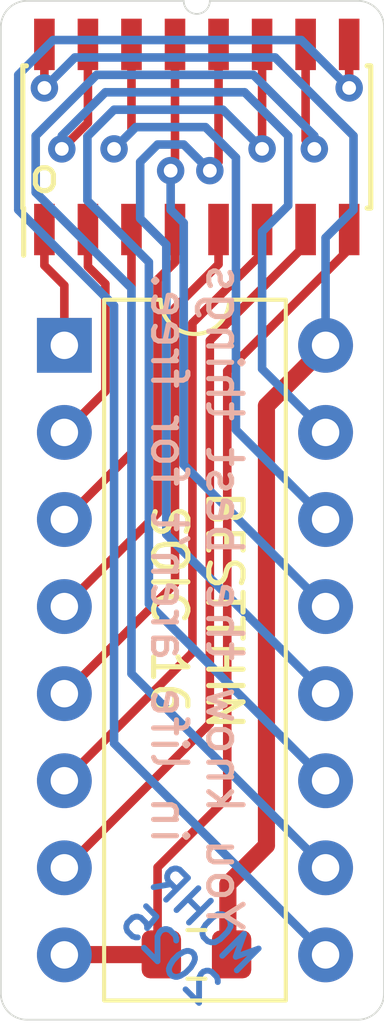
<source format=kicad_pcb>
(kicad_pcb (version 20171130) (host pcbnew 5.1.9+dfsg1-1+deb11u1)

  (general
    (thickness 1.6)
    (drawings 14)
    (tracks 121)
    (zones 0)
    (modules 3)
    (nets 17)
  )

  (page A4)
  (layers
    (0 F.Cu signal)
    (31 B.Cu signal)
    (32 B.Adhes user)
    (33 F.Adhes user)
    (34 B.Paste user)
    (35 F.Paste user)
    (36 B.SilkS user)
    (37 F.SilkS user)
    (38 B.Mask user)
    (39 F.Mask user)
    (40 Dwgs.User user)
    (41 Cmts.User user)
    (42 Eco1.User user)
    (43 Eco2.User user)
    (44 Edge.Cuts user)
    (45 Margin user)
    (46 B.CrtYd user)
    (47 F.CrtYd user)
    (48 B.Fab user)
    (49 F.Fab user hide)
  )

  (setup
    (last_trace_width 0.5)
    (user_trace_width 0.5)
    (trace_clearance 0.2)
    (zone_clearance 0.508)
    (zone_45_only no)
    (trace_min 0.2)
    (via_size 0.8)
    (via_drill 0.4)
    (via_min_size 0.4)
    (via_min_drill 0.3)
    (uvia_size 0.3)
    (uvia_drill 0.1)
    (uvias_allowed no)
    (uvia_min_size 0.2)
    (uvia_min_drill 0.1)
    (edge_width 0.05)
    (segment_width 0.2)
    (pcb_text_width 0.3)
    (pcb_text_size 1.5 1.5)
    (mod_edge_width 0.12)
    (mod_text_size 1 1)
    (mod_text_width 0.15)
    (pad_size 1.524 1.524)
    (pad_drill 0.762)
    (pad_to_mask_clearance 0)
    (aux_axis_origin 0 0)
    (visible_elements FFFFFF7F)
    (pcbplotparams
      (layerselection 0x010fc_ffffffff)
      (usegerberextensions false)
      (usegerberattributes true)
      (usegerberadvancedattributes true)
      (creategerberjobfile true)
      (excludeedgelayer true)
      (linewidth 0.100000)
      (plotframeref false)
      (viasonmask false)
      (mode 1)
      (useauxorigin false)
      (hpglpennumber 1)
      (hpglpenspeed 20)
      (hpglpendiameter 15.000000)
      (psnegative false)
      (psa4output false)
      (plotreference true)
      (plotvalue true)
      (plotinvisibletext false)
      (padsonsilk false)
      (subtractmaskfromsilk false)
      (outputformat 1)
      (mirror false)
      (drillshape 0)
      (scaleselection 1)
      (outputdirectory "soic16/"))
  )

  (net 0 "")
  (net 1 "Net-(C1-Pad2)")
  (net 2 "Net-(C1-Pad1)")
  (net 3 "Net-(J1-Pad15)")
  (net 4 "Net-(J1-Pad7)")
  (net 5 "Net-(J1-Pad14)")
  (net 6 "Net-(J1-Pad6)")
  (net 7 "Net-(J1-Pad13)")
  (net 8 "Net-(J1-Pad5)")
  (net 9 "Net-(J1-Pad12)")
  (net 10 "Net-(J1-Pad4)")
  (net 11 "Net-(J1-Pad11)")
  (net 12 "Net-(J1-Pad3)")
  (net 13 "Net-(J1-Pad10)")
  (net 14 "Net-(J1-Pad2)")
  (net 15 "Net-(J1-Pad9)")
  (net 16 "Net-(J1-Pad1)")

  (net_class Default "This is the default net class."
    (clearance 0.2)
    (trace_width 0.25)
    (via_dia 0.8)
    (via_drill 0.4)
    (uvia_dia 0.3)
    (uvia_drill 0.1)
    (add_net "Net-(C1-Pad1)")
    (add_net "Net-(C1-Pad2)")
    (add_net "Net-(J1-Pad1)")
    (add_net "Net-(J1-Pad10)")
    (add_net "Net-(J1-Pad11)")
    (add_net "Net-(J1-Pad12)")
    (add_net "Net-(J1-Pad13)")
    (add_net "Net-(J1-Pad14)")
    (add_net "Net-(J1-Pad15)")
    (add_net "Net-(J1-Pad2)")
    (add_net "Net-(J1-Pad3)")
    (add_net "Net-(J1-Pad4)")
    (add_net "Net-(J1-Pad5)")
    (add_net "Net-(J1-Pad6)")
    (add_net "Net-(J1-Pad7)")
    (add_net "Net-(J1-Pad9)")
  )

  (module Package_DIP:DIP-16_W7.62mm (layer F.Cu) (tedit 5A02E8C5) (tstamp 67B6DE2E)
    (at 129.614 88.788)
    (descr "16-lead though-hole mounted DIP package, row spacing 7.62 mm (300 mils)")
    (tags "THT DIP DIL PDIP 2.54mm 7.62mm 300mil")
    (path /67B7861C)
    (fp_text reference J1 (at 3.482 2.906) (layer F.SilkS) hide
      (effects (font (size 1 1) (thickness 0.15)))
    )
    (fp_text value Conn_02x08_Counter_Clockwise (at 3.81 20.11) (layer F.Fab)
      (effects (font (size 1 1) (thickness 0.15)))
    )
    (fp_text user %R (at 3.81 8.89) (layer F.Fab)
      (effects (font (size 1 1) (thickness 0.15)))
    )
    (fp_arc (start 3.81 -1.33) (end 2.81 -1.33) (angle -180) (layer F.SilkS) (width 0.12))
    (fp_line (start 1.635 -1.27) (end 6.985 -1.27) (layer F.Fab) (width 0.1))
    (fp_line (start 6.985 -1.27) (end 6.985 19.05) (layer F.Fab) (width 0.1))
    (fp_line (start 6.985 19.05) (end 0.635 19.05) (layer F.Fab) (width 0.1))
    (fp_line (start 0.635 19.05) (end 0.635 -0.27) (layer F.Fab) (width 0.1))
    (fp_line (start 0.635 -0.27) (end 1.635 -1.27) (layer F.Fab) (width 0.1))
    (fp_line (start 2.81 -1.33) (end 1.16 -1.33) (layer F.SilkS) (width 0.12))
    (fp_line (start 1.16 -1.33) (end 1.16 19.11) (layer F.SilkS) (width 0.12))
    (fp_line (start 1.16 19.11) (end 6.46 19.11) (layer F.SilkS) (width 0.12))
    (fp_line (start 6.46 19.11) (end 6.46 -1.33) (layer F.SilkS) (width 0.12))
    (fp_line (start 6.46 -1.33) (end 4.81 -1.33) (layer F.SilkS) (width 0.12))
    (fp_line (start -1.1 -1.55) (end -1.1 19.3) (layer F.CrtYd) (width 0.05))
    (fp_line (start -1.1 19.3) (end 8.7 19.3) (layer F.CrtYd) (width 0.05))
    (fp_line (start 8.7 19.3) (end 8.7 -1.55) (layer F.CrtYd) (width 0.05))
    (fp_line (start 8.7 -1.55) (end -1.1 -1.55) (layer F.CrtYd) (width 0.05))
    (pad 16 thru_hole oval (at 7.62 0) (size 1.6 1.6) (drill 0.8) (layers *.Cu *.Mask)
      (net 1 "Net-(C1-Pad2)"))
    (pad 8 thru_hole oval (at 0 17.78) (size 1.6 1.6) (drill 0.8) (layers *.Cu *.Mask)
      (net 2 "Net-(C1-Pad1)"))
    (pad 15 thru_hole oval (at 7.62 2.54) (size 1.6 1.6) (drill 0.8) (layers *.Cu *.Mask)
      (net 3 "Net-(J1-Pad15)"))
    (pad 7 thru_hole oval (at 0 15.24) (size 1.6 1.6) (drill 0.8) (layers *.Cu *.Mask)
      (net 4 "Net-(J1-Pad7)"))
    (pad 14 thru_hole oval (at 7.62 5.08) (size 1.6 1.6) (drill 0.8) (layers *.Cu *.Mask)
      (net 5 "Net-(J1-Pad14)"))
    (pad 6 thru_hole oval (at 0 12.7) (size 1.6 1.6) (drill 0.8) (layers *.Cu *.Mask)
      (net 6 "Net-(J1-Pad6)"))
    (pad 13 thru_hole oval (at 7.62 7.62) (size 1.6 1.6) (drill 0.8) (layers *.Cu *.Mask)
      (net 7 "Net-(J1-Pad13)"))
    (pad 5 thru_hole oval (at 0 10.16) (size 1.6 1.6) (drill 0.8) (layers *.Cu *.Mask)
      (net 8 "Net-(J1-Pad5)"))
    (pad 12 thru_hole oval (at 7.62 10.16) (size 1.6 1.6) (drill 0.8) (layers *.Cu *.Mask)
      (net 9 "Net-(J1-Pad12)"))
    (pad 4 thru_hole oval (at 0 7.62) (size 1.6 1.6) (drill 0.8) (layers *.Cu *.Mask)
      (net 10 "Net-(J1-Pad4)"))
    (pad 11 thru_hole oval (at 7.62 12.7) (size 1.6 1.6) (drill 0.8) (layers *.Cu *.Mask)
      (net 11 "Net-(J1-Pad11)"))
    (pad 3 thru_hole oval (at 0 5.08) (size 1.6 1.6) (drill 0.8) (layers *.Cu *.Mask)
      (net 12 "Net-(J1-Pad3)"))
    (pad 10 thru_hole oval (at 7.62 15.24) (size 1.6 1.6) (drill 0.8) (layers *.Cu *.Mask)
      (net 13 "Net-(J1-Pad10)"))
    (pad 2 thru_hole oval (at 0 2.54) (size 1.6 1.6) (drill 0.8) (layers *.Cu *.Mask)
      (net 14 "Net-(J1-Pad2)"))
    (pad 9 thru_hole oval (at 7.62 17.78) (size 1.6 1.6) (drill 0.8) (layers *.Cu *.Mask)
      (net 15 "Net-(J1-Pad9)"))
    (pad 1 thru_hole rect (at 0 0) (size 1.6 1.6) (drill 0.8) (layers *.Cu *.Mask)
      (net 16 "Net-(J1-Pad1)"))
    (model ${KISYS3DMOD}/Package_DIP.3dshapes/DIP-16_W7.62mm.wrl
      (at (xyz 0 0 0))
      (scale (xyz 1 1 1))
      (rotate (xyz 0 0 0))
    )
  )

  (module Package_SO:SOIC-16_3.9x9.9mm_P1.27mm (layer F.Cu) (tedit 5A02F2D3) (tstamp 67B6DFCB)
    (at 133.477 82.71 90)
    (descr "16-Lead Plastic Small Outline (SL) - Narrow, 3.90 mm Body [SOIC] (see Microchip Packaging Specification 00000049BS.pdf)")
    (tags "SOIC 1.27")
    (path /67B79042)
    (attr smd)
    (fp_text reference J2 (at 0.508 0 90) (layer F.SilkS) hide
      (effects (font (size 1 1) (thickness 0.15)))
    )
    (fp_text value Conn_02x08_Counter_Clockwise (at 0 6 90) (layer F.Fab)
      (effects (font (size 1 1) (thickness 0.15)))
    )
    (fp_text user %R (at 0 0 90) (layer F.Fab)
      (effects (font (size 0.9 0.9) (thickness 0.135)))
    )
    (fp_line (start -0.95 -4.95) (end 1.95 -4.95) (layer F.Fab) (width 0.15))
    (fp_line (start 1.95 -4.95) (end 1.95 4.95) (layer F.Fab) (width 0.15))
    (fp_line (start 1.95 4.95) (end -1.95 4.95) (layer F.Fab) (width 0.15))
    (fp_line (start -1.95 4.95) (end -1.95 -3.95) (layer F.Fab) (width 0.15))
    (fp_line (start -1.95 -3.95) (end -0.95 -4.95) (layer F.Fab) (width 0.15))
    (fp_line (start -3.7 -5.25) (end -3.7 5.25) (layer F.CrtYd) (width 0.05))
    (fp_line (start 3.7 -5.25) (end 3.7 5.25) (layer F.CrtYd) (width 0.05))
    (fp_line (start -3.7 -5.25) (end 3.7 -5.25) (layer F.CrtYd) (width 0.05))
    (fp_line (start -3.7 5.25) (end 3.7 5.25) (layer F.CrtYd) (width 0.05))
    (fp_line (start -2.075 -5.075) (end -2.075 -5.05) (layer F.SilkS) (width 0.15))
    (fp_line (start 2.075 -5.075) (end 2.075 -4.97) (layer F.SilkS) (width 0.15))
    (fp_line (start 2.075 5.075) (end 2.075 4.97) (layer F.SilkS) (width 0.15))
    (fp_line (start -2.075 5.075) (end -2.075 4.97) (layer F.SilkS) (width 0.15))
    (fp_line (start -2.075 -5.075) (end 2.075 -5.075) (layer F.SilkS) (width 0.15))
    (fp_line (start -2.075 5.075) (end 2.075 5.075) (layer F.SilkS) (width 0.15))
    (fp_line (start -2.075 -5.05) (end -3.45 -5.05) (layer F.SilkS) (width 0.15))
    (pad 16 smd rect (at 2.7 -4.445 90) (size 1.5 0.6) (layers F.Cu F.Paste F.Mask)
      (net 1 "Net-(C1-Pad2)"))
    (pad 15 smd rect (at 2.7 -3.175 90) (size 1.5 0.6) (layers F.Cu F.Paste F.Mask)
      (net 3 "Net-(J1-Pad15)"))
    (pad 14 smd rect (at 2.7 -1.905 90) (size 1.5 0.6) (layers F.Cu F.Paste F.Mask)
      (net 5 "Net-(J1-Pad14)"))
    (pad 13 smd rect (at 2.7 -0.635 90) (size 1.5 0.6) (layers F.Cu F.Paste F.Mask)
      (net 7 "Net-(J1-Pad13)"))
    (pad 12 smd rect (at 2.7 0.635 90) (size 1.5 0.6) (layers F.Cu F.Paste F.Mask)
      (net 9 "Net-(J1-Pad12)"))
    (pad 11 smd rect (at 2.7 1.905 90) (size 1.5 0.6) (layers F.Cu F.Paste F.Mask)
      (net 11 "Net-(J1-Pad11)"))
    (pad 10 smd rect (at 2.7 3.175 90) (size 1.5 0.6) (layers F.Cu F.Paste F.Mask)
      (net 13 "Net-(J1-Pad10)"))
    (pad 9 smd rect (at 2.7 4.445 90) (size 1.5 0.6) (layers F.Cu F.Paste F.Mask)
      (net 15 "Net-(J1-Pad9)"))
    (pad 8 smd rect (at -2.7 4.445 90) (size 1.5 0.6) (layers F.Cu F.Paste F.Mask)
      (net 2 "Net-(C1-Pad1)"))
    (pad 7 smd rect (at -2.7 3.175 90) (size 1.5 0.6) (layers F.Cu F.Paste F.Mask)
      (net 4 "Net-(J1-Pad7)"))
    (pad 6 smd rect (at -2.7 1.905 90) (size 1.5 0.6) (layers F.Cu F.Paste F.Mask)
      (net 6 "Net-(J1-Pad6)"))
    (pad 5 smd rect (at -2.7 0.635 90) (size 1.5 0.6) (layers F.Cu F.Paste F.Mask)
      (net 8 "Net-(J1-Pad5)"))
    (pad 4 smd rect (at -2.7 -0.635 90) (size 1.5 0.6) (layers F.Cu F.Paste F.Mask)
      (net 10 "Net-(J1-Pad4)"))
    (pad 3 smd rect (at -2.7 -1.905 90) (size 1.5 0.6) (layers F.Cu F.Paste F.Mask)
      (net 12 "Net-(J1-Pad3)"))
    (pad 2 smd rect (at -2.7 -3.175 90) (size 1.5 0.6) (layers F.Cu F.Paste F.Mask)
      (net 14 "Net-(J1-Pad2)"))
    (pad 1 smd rect (at -2.7 -4.445 90) (size 1.5 0.6) (layers F.Cu F.Paste F.Mask)
      (net 16 "Net-(J1-Pad1)"))
    (model ${KISYS3DMOD}/Package_SO.3dshapes/SOIC-16_3.9x9.9mm_P1.27mm.wrl
      (at (xyz 0 0 0))
      (scale (xyz 1 1 1))
      (rotate (xyz 0 0 0))
    )
  )

  (module Capacitor_SMD:C_0805_2012Metric_Pad1.15x1.40mm_HandSolder (layer F.Cu) (tedit 5B36C52B) (tstamp 67B6DC2E)
    (at 133.468 106.553)
    (descr "Capacitor SMD 0805 (2012 Metric), square (rectangular) end terminal, IPC_7351 nominal with elongated pad for handsoldering. (Body size source: https://docs.google.com/spreadsheets/d/1BsfQQcO9C6DZCsRaXUlFlo91Tg2WpOkGARC1WS5S8t0/edit?usp=sharing), generated with kicad-footprint-generator")
    (tags "capacitor handsolder")
    (path /67B75213)
    (attr smd)
    (fp_text reference C1 (at 0 -1.65) (layer F.SilkS) hide
      (effects (font (size 1 1) (thickness 0.15)))
    )
    (fp_text value C (at 0 1.65) (layer F.Fab)
      (effects (font (size 1 1) (thickness 0.15)))
    )
    (fp_text user %R (at 0 0) (layer F.Fab)
      (effects (font (size 0.5 0.5) (thickness 0.08)))
    )
    (fp_line (start -1 0.6) (end -1 -0.6) (layer F.Fab) (width 0.1))
    (fp_line (start -1 -0.6) (end 1 -0.6) (layer F.Fab) (width 0.1))
    (fp_line (start 1 -0.6) (end 1 0.6) (layer F.Fab) (width 0.1))
    (fp_line (start 1 0.6) (end -1 0.6) (layer F.Fab) (width 0.1))
    (fp_line (start -0.261252 -0.71) (end 0.261252 -0.71) (layer F.SilkS) (width 0.12))
    (fp_line (start -0.261252 0.71) (end 0.261252 0.71) (layer F.SilkS) (width 0.12))
    (fp_line (start -1.85 0.95) (end -1.85 -0.95) (layer F.CrtYd) (width 0.05))
    (fp_line (start -1.85 -0.95) (end 1.85 -0.95) (layer F.CrtYd) (width 0.05))
    (fp_line (start 1.85 -0.95) (end 1.85 0.95) (layer F.CrtYd) (width 0.05))
    (fp_line (start 1.85 0.95) (end -1.85 0.95) (layer F.CrtYd) (width 0.05))
    (pad 2 smd roundrect (at 1.025 0) (size 1.15 1.4) (layers F.Cu F.Paste F.Mask) (roundrect_rratio 0.2173904347826087)
      (net 1 "Net-(C1-Pad2)"))
    (pad 1 smd roundrect (at -1.025 0) (size 1.15 1.4) (layers F.Cu F.Paste F.Mask) (roundrect_rratio 0.2173904347826087)
      (net 2 "Net-(C1-Pad1)"))
    (model ${KISYS3DMOD}/Capacitor_SMD.3dshapes/C_0805_2012Metric.wrl
      (at (xyz 0 0 0))
      (scale (xyz 1 1 1))
      (rotate (xyz 0 0 0))
    )
  )

  (gr_text "You know the best things\n   in life aren't for free." (at 133.477 96.139 270) (layer B.SilkS)
    (effects (font (size 1 1) (thickness 0.15)) (justify mirror))
  )
  (gr_text "BESTTHIN\nSOIC 16" (at 133.477 96.52 270) (layer F.SilkS)
    (effects (font (size 1 1) (thickness 0.15)))
  )
  (gr_text o (at 129.032 83.82) (layer F.SilkS)
    (effects (font (size 1 1) (thickness 0.15)))
  )
  (gr_text "MOHR\n2025" (at 133.223 106.045 -45) (layer B.Cu)
    (effects (font (size 0.9 0.9) (thickness 0.17)) (justify mirror))
  )
  (gr_line (start 133.858 78.74) (end 138.176 78.74) (layer Edge.Cuts) (width 0.05) (tstamp 67B6F130))
  (gr_arc (start 133.477 78.74) (end 133.096 78.74) (angle -180) (layer Edge.Cuts) (width 0.05))
  (gr_arc (start 128.524 107.696) (end 127.762 107.696) (angle -90) (layer Edge.Cuts) (width 0.05))
  (gr_arc (start 138.176 107.696) (end 138.176 108.458) (angle -90) (layer Edge.Cuts) (width 0.05))
  (gr_arc (start 138.176 79.502) (end 138.938 79.502) (angle -90) (layer Edge.Cuts) (width 0.05))
  (gr_arc (start 128.524 79.502) (end 128.524 78.74) (angle -90) (layer Edge.Cuts) (width 0.05))
  (gr_line (start 127.762 107.696) (end 127.762 79.502) (layer Edge.Cuts) (width 0.05) (tstamp 67B6EB35))
  (gr_line (start 138.176 108.458) (end 128.524 108.458) (layer Edge.Cuts) (width 0.05))
  (gr_line (start 138.938 79.502) (end 138.938 107.696) (layer Edge.Cuts) (width 0.05))
  (gr_line (start 128.524 78.74) (end 133.096 78.74) (layer Edge.Cuts) (width 0.05))

  (segment (start 134.384 104.503) (end 134.384 106.553) (width 0.5) (layer F.Cu) (net 1))
  (segment (start 135.509 103.378) (end 134.384 104.503) (width 0.5) (layer F.Cu) (net 1))
  (segment (start 135.509 90.551) (end 135.509 103.378) (width 0.5) (layer F.Cu) (net 1))
  (segment (start 137.234 88.826) (end 135.509 90.551) (width 0.5) (layer F.Cu) (net 1))
  (segment (start 137.234 88.788) (end 137.234 88.826) (width 0.5) (layer F.Cu) (net 1))
  (segment (start 137.234 85.651) (end 137.234 89.042) (width 0.25) (layer B.Cu) (net 1))
  (segment (start 138.049 84.836) (end 137.234 85.651) (width 0.25) (layer B.Cu) (net 1))
  (segment (start 138.049 82.677) (end 138.049 84.836) (width 0.25) (layer B.Cu) (net 1))
  (segment (start 129.921 80.391) (end 135.763 80.391) (width 0.25) (layer B.Cu) (net 1))
  (segment (start 135.763 80.391) (end 138.049 82.677) (width 0.25) (layer B.Cu) (net 1))
  (segment (start 129.032 81.28) (end 129.921 80.391) (width 0.25) (layer B.Cu) (net 1))
  (segment (start 129.032 79.977) (end 129.032 81.28) (width 0.25) (layer F.Cu) (net 1))
  (via (at 129.032 81.28) (size 0.8) (drill 0.4) (layers F.Cu B.Cu) (net 1))
  (segment (start 137.922 85.979) (end 137.922 85.377) (width 0.25) (layer F.Cu) (net 2))
  (segment (start 134.366 89.535) (end 137.922 85.979) (width 0.25) (layer F.Cu) (net 2))
  (segment (start 134.366 101.981) (end 134.366 89.535) (width 0.25) (layer F.Cu) (net 2))
  (segment (start 132.334 104.013) (end 134.366 101.981) (width 0.25) (layer F.Cu) (net 2))
  (segment (start 132.334 106.553) (end 132.334 104.013) (width 0.25) (layer F.Cu) (net 2))
  (segment (start 132.327662 106.559338) (end 132.334 106.553) (width 0.5) (layer F.Cu) (net 2))
  (segment (start 129.622662 106.559338) (end 132.327662 106.559338) (width 0.5) (layer F.Cu) (net 2))
  (segment (start 129.614 106.568) (end 129.622662 106.559338) (width 0.5) (layer F.Cu) (net 2))
  (segment (start 130.302 81.661) (end 130.302 81.661) (width 0.25) (layer F.Cu) (net 3) (tstamp 67B6E750))
  (segment (start 130.302 82.296) (end 129.54 83.058) (width 0.25) (layer F.Cu) (net 3))
  (segment (start 130.302 79.977) (end 130.302 82.296) (width 0.25) (layer F.Cu) (net 3))
  (via (at 129.54 83.058) (size 0.8) (drill 0.4) (layers F.Cu B.Cu) (net 3))
  (segment (start 129.54 82.677) (end 129.54 83.058) (width 0.25) (layer B.Cu) (net 3))
  (segment (start 134.874 81.407) (end 130.81 81.407) (width 0.25) (layer B.Cu) (net 3))
  (segment (start 136.144 82.677) (end 134.874 81.407) (width 0.25) (layer B.Cu) (net 3))
  (segment (start 136.144 84.709) (end 136.144 82.677) (width 0.25) (layer B.Cu) (net 3))
  (segment (start 130.81 81.407) (end 129.54 82.677) (width 0.25) (layer B.Cu) (net 3))
  (segment (start 135.382 85.471) (end 136.144 84.709) (width 0.25) (layer B.Cu) (net 3))
  (segment (start 135.382 89.476) (end 135.382 85.471) (width 0.25) (layer B.Cu) (net 3))
  (segment (start 137.234 91.328) (end 135.382 89.476) (width 0.25) (layer B.Cu) (net 3))
  (segment (start 136.652 85.852) (end 136.652 85.377) (width 0.25) (layer F.Cu) (net 4))
  (segment (start 133.858 88.646) (end 136.652 85.852) (width 0.25) (layer F.Cu) (net 4))
  (segment (start 133.858 99.822) (end 133.858 88.646) (width 0.25) (layer F.Cu) (net 4))
  (segment (start 129.652 104.028) (end 133.858 99.822) (width 0.25) (layer F.Cu) (net 4))
  (segment (start 129.614 104.028) (end 129.652 104.028) (width 0.25) (layer F.Cu) (net 4))
  (segment (start 131.572 82.55) (end 131.064 83.058) (width 0.25) (layer F.Cu) (net 5))
  (segment (start 131.572 79.977) (end 131.572 82.55) (width 0.25) (layer F.Cu) (net 5))
  (via (at 131.064 83.058) (size 0.8) (drill 0.4) (layers F.Cu B.Cu) (net 5))
  (segment (start 137.234 93.868) (end 134.62 91.254) (width 0.25) (layer B.Cu) (net 5))
  (segment (start 133.731 82.423) (end 131.699 82.423) (width 0.25) (layer B.Cu) (net 5))
  (segment (start 134.62 83.312) (end 133.731 82.423) (width 0.25) (layer B.Cu) (net 5))
  (segment (start 131.699 82.423) (end 131.064 83.058) (width 0.25) (layer B.Cu) (net 5))
  (segment (start 134.62 91.254) (end 134.62 83.312) (width 0.25) (layer B.Cu) (net 5))
  (segment (start 135.382 86.106) (end 135.382 85.377) (width 0.25) (layer F.Cu) (net 6))
  (segment (start 133.35 88.138) (end 135.382 86.106) (width 0.25) (layer F.Cu) (net 6))
  (segment (start 133.35 97.752) (end 133.35 88.138) (width 0.25) (layer F.Cu) (net 6))
  (segment (start 129.614 101.488) (end 133.35 97.752) (width 0.25) (layer F.Cu) (net 6))
  (segment (start 132.842 81.534) (end 132.842 81.534) (width 0.25) (layer F.Cu) (net 7) (tstamp 67B6E74C))
  (segment (start 132.842 83.566) (end 132.842 79.977) (width 0.25) (layer F.Cu) (net 7))
  (segment (start 132.715 83.693) (end 132.842 83.566) (width 0.25) (layer F.Cu) (net 7))
  (via (at 132.715 83.693) (size 0.8) (drill 0.4) (layers F.Cu B.Cu) (net 7))
  (segment (start 133.096 92.27) (end 137.234 96.408) (width 0.25) (layer B.Cu) (net 7))
  (segment (start 133.096 92.27) (end 133.35 92.524) (width 0.25) (layer B.Cu) (net 7))
  (segment (start 133.096 85.217) (end 133.096 92.27) (width 0.25) (layer B.Cu) (net 7))
  (segment (start 132.715 84.836) (end 133.096 85.217) (width 0.25) (layer B.Cu) (net 7))
  (segment (start 132.715 83.693) (end 132.715 84.836) (width 0.25) (layer B.Cu) (net 7))
  (segment (start 134.112 86.4235) (end 134.112 85.377) (width 0.25) (layer F.Cu) (net 8))
  (segment (start 132.842 87.6935) (end 134.112 86.4235) (width 0.25) (layer F.Cu) (net 8))
  (segment (start 132.842 95.739) (end 132.842 87.6935) (width 0.25) (layer F.Cu) (net 8))
  (segment (start 129.633 98.948) (end 132.842 95.739) (width 0.25) (layer F.Cu) (net 8))
  (segment (start 129.614 98.948) (end 129.633 98.948) (width 0.25) (layer F.Cu) (net 8))
  (segment (start 134.112 82.804) (end 134.112 82.804) (width 0.25) (layer F.Cu) (net 9) (tstamp 67B6E74A))
  (segment (start 134.112 83.439) (end 134.112 79.977) (width 0.25) (layer F.Cu) (net 9))
  (segment (start 133.858 83.693) (end 134.112 83.439) (width 0.25) (layer F.Cu) (net 9))
  (via (at 133.858 83.693) (size 0.8) (drill 0.4) (layers F.Cu B.Cu) (net 9))
  (segment (start 132.588 94.302) (end 137.234 98.948) (width 0.25) (layer B.Cu) (net 9))
  (segment (start 132.588 85.852) (end 132.588 94.302) (width 0.25) (layer B.Cu) (net 9))
  (segment (start 131.826 85.09) (end 132.588 85.852) (width 0.25) (layer B.Cu) (net 9))
  (segment (start 131.826 83.439) (end 131.826 85.09) (width 0.25) (layer B.Cu) (net 9))
  (segment (start 132.334 82.931) (end 131.826 83.439) (width 0.25) (layer B.Cu) (net 9))
  (segment (start 133.096 82.931) (end 132.334 82.931) (width 0.25) (layer B.Cu) (net 9))
  (segment (start 133.858 83.693) (end 133.096 82.931) (width 0.25) (layer B.Cu) (net 9))
  (segment (start 132.334 86.868) (end 132.842 86.36) (width 0.25) (layer F.Cu) (net 10))
  (segment (start 132.334 93.688) (end 132.334 86.868) (width 0.25) (layer F.Cu) (net 10))
  (segment (start 129.614 96.408) (end 132.334 93.688) (width 0.25) (layer F.Cu) (net 10))
  (segment (start 132.842 86.36) (end 132.842 85.377) (width 0.25) (layer F.Cu) (net 10))
  (segment (start 135.382 81.534) (end 135.382 81.534) (width 0.25) (layer F.Cu) (net 11) (tstamp 67B6E748))
  (segment (start 135.382 83.058) (end 135.382 79.977) (width 0.25) (layer F.Cu) (net 11))
  (via (at 135.382 83.058) (size 0.8) (drill 0.4) (layers F.Cu B.Cu) (net 11))
  (segment (start 132.08 96.334) (end 137.234 101.488) (width 0.25) (layer B.Cu) (net 11))
  (segment (start 132.08 86.36) (end 132.08 96.334) (width 0.25) (layer B.Cu) (net 11))
  (segment (start 130.286125 84.566125) (end 132.08 86.36) (width 0.25) (layer B.Cu) (net 11))
  (segment (start 131.064 81.915) (end 130.286125 82.692875) (width 0.25) (layer B.Cu) (net 11))
  (segment (start 130.286125 82.692875) (end 130.286125 84.566125) (width 0.25) (layer B.Cu) (net 11))
  (segment (start 134.239 81.915) (end 131.064 81.915) (width 0.25) (layer B.Cu) (net 11))
  (segment (start 135.382 83.058) (end 134.239 81.915) (width 0.25) (layer B.Cu) (net 11))
  (segment (start 131.572 86.868) (end 131.572 85.377) (width 0.25) (layer F.Cu) (net 12))
  (segment (start 131.572 91.929) (end 131.572 86.614) (width 0.25) (layer F.Cu) (net 12))
  (segment (start 129.633 93.868) (end 131.572 91.929) (width 0.25) (layer F.Cu) (net 12))
  (segment (start 129.614 93.868) (end 129.633 93.868) (width 0.25) (layer F.Cu) (net 12))
  (segment (start 131.572 98.366) (end 137.234 104.028) (width 0.25) (layer B.Cu) (net 13))
  (segment (start 131.572 87.122) (end 131.572 98.366) (width 0.25) (layer B.Cu) (net 13))
  (segment (start 128.778 82.677) (end 128.778 84.328) (width 0.25) (layer B.Cu) (net 13))
  (segment (start 135.128 80.899) (end 130.556 80.899) (width 0.25) (layer B.Cu) (net 13))
  (segment (start 130.556 80.899) (end 128.778 82.677) (width 0.25) (layer B.Cu) (net 13))
  (segment (start 136.906 82.677) (end 135.128 80.899) (width 0.25) (layer B.Cu) (net 13))
  (segment (start 136.906 83.058) (end 136.906 82.677) (width 0.25) (layer B.Cu) (net 13))
  (segment (start 136.652 82.804) (end 136.652 79.977) (width 0.25) (layer F.Cu) (net 13))
  (segment (start 136.906 83.058) (end 136.652 82.804) (width 0.25) (layer F.Cu) (net 13))
  (segment (start 128.778 84.328) (end 131.572 87.122) (width 0.25) (layer B.Cu) (net 13))
  (via (at 136.906 83.058) (size 0.8) (drill 0.4) (layers F.Cu B.Cu) (net 13))
  (segment (start 130.302 86.487) (end 130.302 85.377) (width 0.25) (layer F.Cu) (net 14))
  (segment (start 130.81 86.995) (end 130.302 86.487) (width 0.25) (layer F.Cu) (net 14))
  (segment (start 130.81 90.132) (end 130.81 86.995) (width 0.25) (layer F.Cu) (net 14))
  (segment (start 129.614 91.328) (end 130.81 90.132) (width 0.25) (layer F.Cu) (net 14))
  (segment (start 137.922 81.407) (end 137.922 81.407) (width 0.25) (layer F.Cu) (net 15) (tstamp 67B6E71D))
  (segment (start 128.27 84.836) (end 131.064 87.63) (width 0.25) (layer B.Cu) (net 15))
  (segment (start 131.064 87.63) (end 131.064 100.398) (width 0.25) (layer B.Cu) (net 15))
  (segment (start 128.27 80.899) (end 128.27 84.836) (width 0.25) (layer B.Cu) (net 15))
  (segment (start 137.922 81.28) (end 136.525 79.883) (width 0.25) (layer B.Cu) (net 15))
  (segment (start 131.064 100.398) (end 137.234 106.568) (width 0.25) (layer B.Cu) (net 15))
  (segment (start 137.922 79.977) (end 137.922 81.28) (width 0.25) (layer F.Cu) (net 15))
  (segment (start 129.286 79.883) (end 128.27 80.899) (width 0.25) (layer B.Cu) (net 15))
  (segment (start 136.525 79.883) (end 129.286 79.883) (width 0.25) (layer B.Cu) (net 15))
  (via (at 137.922 81.28) (size 0.8) (drill 0.4) (layers F.Cu B.Cu) (net 15))
  (segment (start 129.614 87.0395) (end 129.032 86.4575) (width 0.25) (layer F.Cu) (net 16))
  (segment (start 129.614 88.788) (end 129.614 87.0395) (width 0.25) (layer F.Cu) (net 16))
  (segment (start 129.032 86.4575) (end 129.032 85.377) (width 0.25) (layer F.Cu) (net 16))

)

</source>
